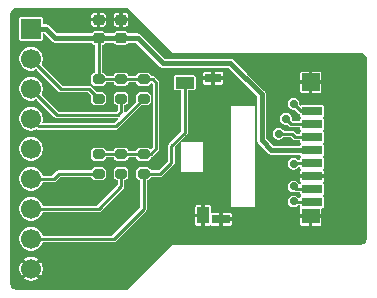
<source format=gbr>
%TF.GenerationSoftware,KiCad,Pcbnew,9.0.2+dfsg-1*%
%TF.CreationDate,2025-06-14T17:41:50+08:00*%
%TF.ProjectId,sd,73642e6b-6963-4616-945f-706362585858,rev?*%
%TF.SameCoordinates,Original*%
%TF.FileFunction,Copper,L1,Top*%
%TF.FilePolarity,Positive*%
%FSLAX46Y46*%
G04 Gerber Fmt 4.6, Leading zero omitted, Abs format (unit mm)*
G04 Created by KiCad (PCBNEW 9.0.2+dfsg-1) date 2025-06-14 17:41:50*
%MOMM*%
%LPD*%
G01*
G04 APERTURE LIST*
G04 Aperture macros list*
%AMRoundRect*
0 Rectangle with rounded corners*
0 $1 Rounding radius*
0 $2 $3 $4 $5 $6 $7 $8 $9 X,Y pos of 4 corners*
0 Add a 4 corners polygon primitive as box body*
4,1,4,$2,$3,$4,$5,$6,$7,$8,$9,$2,$3,0*
0 Add four circle primitives for the rounded corners*
1,1,$1+$1,$2,$3*
1,1,$1+$1,$4,$5*
1,1,$1+$1,$6,$7*
1,1,$1+$1,$8,$9*
0 Add four rect primitives between the rounded corners*
20,1,$1+$1,$2,$3,$4,$5,0*
20,1,$1+$1,$4,$5,$6,$7,0*
20,1,$1+$1,$6,$7,$8,$9,0*
20,1,$1+$1,$8,$9,$2,$3,0*%
G04 Aperture macros list end*
%TA.AperFunction,SMDPad,CuDef*%
%ADD10RoundRect,0.200000X-0.275000X0.200000X-0.275000X-0.200000X0.275000X-0.200000X0.275000X0.200000X0*%
%TD*%
%TA.AperFunction,SMDPad,CuDef*%
%ADD11R,1.750000X0.700000*%
%TD*%
%TA.AperFunction,SMDPad,CuDef*%
%ADD12R,1.000000X1.450000*%
%TD*%
%TA.AperFunction,SMDPad,CuDef*%
%ADD13R,1.550000X1.000000*%
%TD*%
%TA.AperFunction,SMDPad,CuDef*%
%ADD14R,1.500000X0.800000*%
%TD*%
%TA.AperFunction,SMDPad,CuDef*%
%ADD15R,1.500000X1.300000*%
%TD*%
%TA.AperFunction,SMDPad,CuDef*%
%ADD16R,1.500000X1.500000*%
%TD*%
%TA.AperFunction,SMDPad,CuDef*%
%ADD17R,1.400000X0.800000*%
%TD*%
%TA.AperFunction,ComponentPad*%
%ADD18R,1.700000X1.700000*%
%TD*%
%TA.AperFunction,ComponentPad*%
%ADD19C,1.700000*%
%TD*%
%TA.AperFunction,SMDPad,CuDef*%
%ADD20RoundRect,0.225000X0.250000X-0.225000X0.250000X0.225000X-0.250000X0.225000X-0.250000X-0.225000X0*%
%TD*%
%TA.AperFunction,ViaPad*%
%ADD21C,0.700000*%
%TD*%
%TA.AperFunction,Conductor*%
%ADD22C,0.228600*%
%TD*%
%TA.AperFunction,Conductor*%
%ADD23C,0.457200*%
%TD*%
G04 APERTURE END LIST*
D10*
%TO.P,R5,1*%
%TO.N,VCC*%
X155575000Y-95695000D03*
%TO.P,R5,2*%
%TO.N,/D1*%
X155575000Y-97345000D03*
%TD*%
D11*
%TO.P,J1,1,DAT2*%
%TO.N,/D2*%
X171757500Y-92055000D03*
%TO.P,J1,2,DAT3/CD*%
%TO.N,/D3*%
X171757500Y-93155000D03*
%TO.P,J1,3,CMD*%
%TO.N,/CMD*%
X171757500Y-94255000D03*
%TO.P,J1,4,VDD*%
%TO.N,VCC*%
X171757500Y-95355000D03*
%TO.P,J1,5,CLK*%
%TO.N,/CLK*%
X171757500Y-96455000D03*
%TO.P,J1,6,VSS*%
%TO.N,GND*%
X171757500Y-97555000D03*
%TO.P,J1,7,DAT0*%
%TO.N,/D0*%
X171757500Y-98655000D03*
%TO.P,J1,8,DAT1*%
%TO.N,/D1*%
X171757500Y-99755000D03*
D12*
%TO.P,J1,9,DET_B*%
%TO.N,GND*%
X162532500Y-100880000D03*
D13*
%TO.P,J1,10,DET_A*%
%TO.N,/DET*%
X160957500Y-89655000D03*
D14*
%TO.P,J1,11,SHIELD*%
%TO.N,GND*%
X164032500Y-101205000D03*
D15*
X171632500Y-100955000D03*
D16*
X171632500Y-89605000D03*
D17*
X163382500Y-89255000D03*
%TD*%
D10*
%TO.P,R1,1*%
%TO.N,VCC*%
X153670000Y-89345000D03*
%TO.P,R1,2*%
%TO.N,/D2*%
X153670000Y-90995000D03*
%TD*%
%TO.P,R2,1*%
%TO.N,VCC*%
X155575000Y-89345000D03*
%TO.P,R2,2*%
%TO.N,/D3*%
X155575000Y-90995000D03*
%TD*%
D18*
%TO.P,J2,1,Pin_1*%
%TO.N,VCC*%
X147955000Y-85090000D03*
D19*
%TO.P,J2,2,Pin_2*%
%TO.N,/D2*%
X147955000Y-87630000D03*
%TO.P,J2,3,Pin_3*%
%TO.N,/D3*%
X147955000Y-90170000D03*
%TO.P,J2,4,Pin_4*%
%TO.N,/CMD*%
X147955000Y-92710000D03*
%TO.P,J2,5,Pin_5*%
%TO.N,/CLK*%
X147955000Y-95250000D03*
%TO.P,J2,6,Pin_6*%
%TO.N,/D0*%
X147955000Y-97790000D03*
%TO.P,J2,7,Pin_7*%
%TO.N,/D1*%
X147955000Y-100330000D03*
%TO.P,J2,8,Pin_8*%
%TO.N,/DET*%
X147955000Y-102870000D03*
%TO.P,J2,9,Pin_9*%
%TO.N,GND*%
X147955000Y-105410000D03*
%TD*%
D10*
%TO.P,R6,1*%
%TO.N,VCC*%
X157480000Y-95695000D03*
%TO.P,R6,2*%
%TO.N,/DET*%
X157480000Y-97345000D03*
%TD*%
%TO.P,R4,1*%
%TO.N,VCC*%
X153670000Y-95695000D03*
%TO.P,R4,2*%
%TO.N,/D0*%
X153670000Y-97345000D03*
%TD*%
D20*
%TO.P,C1,1*%
%TO.N,VCC*%
X153670000Y-85865000D03*
%TO.P,C1,2*%
%TO.N,GND*%
X153670000Y-84315000D03*
%TD*%
D10*
%TO.P,R3,1*%
%TO.N,VCC*%
X157480000Y-89345000D03*
%TO.P,R3,2*%
%TO.N,/CMD*%
X157480000Y-90995000D03*
%TD*%
D20*
%TO.P,C2,1*%
%TO.N,VCC*%
X155575000Y-85865000D03*
%TO.P,C2,2*%
%TO.N,GND*%
X155575000Y-84315000D03*
%TD*%
D21*
%TO.N,GND*%
X168910000Y-89535000D03*
X156845000Y-105410000D03*
X156845000Y-99060000D03*
X168910000Y-102235000D03*
X170180000Y-102235000D03*
X151765000Y-86995000D03*
X150495000Y-104140000D03*
X150495000Y-88900000D03*
X151765000Y-96520000D03*
X173990000Y-98425000D03*
X155575000Y-105410000D03*
X163830000Y-99060000D03*
X150495000Y-84455000D03*
X150495000Y-96520000D03*
X151765000Y-101600000D03*
X151765000Y-84455000D03*
X150495000Y-86995000D03*
X173990000Y-90805000D03*
X153670000Y-93980000D03*
X167640000Y-102235000D03*
X168275000Y-99060000D03*
X170180000Y-89535000D03*
X154305000Y-105410000D03*
X150495000Y-91440000D03*
X150495000Y-99060000D03*
X151765000Y-104140000D03*
X173990000Y-93345000D03*
X156845000Y-84896400D03*
X151765000Y-91440000D03*
X151765000Y-88900000D03*
X151765000Y-93980000D03*
X165100000Y-90170000D03*
X150495000Y-93980000D03*
X163830000Y-95250000D03*
X163830000Y-92075000D03*
X167640000Y-89535000D03*
X159385000Y-91440000D03*
X173990000Y-100965000D03*
X159385000Y-99060000D03*
X173990000Y-95885000D03*
X168910000Y-91440000D03*
X156845000Y-86995000D03*
X155575000Y-93980000D03*
X159385000Y-93980000D03*
X150495000Y-101600000D03*
X151765000Y-99060000D03*
%TO.N,/CLK*%
X170180000Y-96520000D03*
%TO.N,/D1*%
X170180000Y-99695000D03*
%TO.N,/D3*%
X169545000Y-92710000D03*
%TO.N,/D0*%
X170180000Y-98425000D03*
%TO.N,/CMD*%
X168910000Y-93980000D03*
%TO.N,/D2*%
X170180000Y-91440000D03*
%TD*%
D22*
%TO.N,VCC*%
X153670000Y-85865000D02*
X153670000Y-89345000D01*
D23*
X156985000Y-85865000D02*
X159110000Y-87990000D01*
D22*
X157480000Y-95695000D02*
X158075000Y-95695000D01*
D23*
X167480000Y-90645000D02*
X167480000Y-94530000D01*
X155575000Y-85865000D02*
X156985000Y-85865000D01*
D22*
X158075000Y-95695000D02*
X158560000Y-95210000D01*
D23*
X159110000Y-87990000D02*
X164825000Y-87990000D01*
X168305000Y-95355000D02*
X171757500Y-95355000D01*
D22*
X158560000Y-89660000D02*
X158245000Y-89345000D01*
X158560000Y-95210000D02*
X158560000Y-89660000D01*
X153670000Y-89345000D02*
X155575000Y-89345000D01*
X158245000Y-89345000D02*
X157480000Y-89345000D01*
X153670000Y-95695000D02*
X155575000Y-95695000D01*
D23*
X167480000Y-94530000D02*
X168305000Y-95355000D01*
D22*
X155575000Y-89345000D02*
X157480000Y-89345000D01*
D23*
X153670000Y-85865000D02*
X150000000Y-85865000D01*
D22*
X155575000Y-95695000D02*
X157480000Y-95695000D01*
D23*
X164825000Y-87990000D02*
X167480000Y-90645000D01*
X147955000Y-85090000D02*
X149225000Y-85090000D01*
X153670000Y-85865000D02*
X155575000Y-85865000D01*
X150000000Y-85865000D02*
X149225000Y-85090000D01*
D22*
%TO.N,/CLK*%
X170245000Y-96455000D02*
X170180000Y-96520000D01*
X171757500Y-96455000D02*
X170245000Y-96455000D01*
%TO.N,/D1*%
X153670000Y-100330000D02*
X147955000Y-100330000D01*
X170240000Y-99755000D02*
X170180000Y-99695000D01*
X155575000Y-98425000D02*
X153670000Y-100330000D01*
X171757500Y-99755000D02*
X170240000Y-99755000D01*
X155575000Y-97345000D02*
X155575000Y-98425000D01*
%TO.N,/DET*%
X157480000Y-97345000D02*
X158905000Y-97345000D01*
X154940000Y-102870000D02*
X147955000Y-102870000D01*
X159842500Y-94982500D02*
X160957500Y-93867500D01*
X158905000Y-97345000D02*
X159842500Y-96407500D01*
X160957500Y-93867500D02*
X160957500Y-89655000D01*
X157480000Y-97345000D02*
X157480000Y-100330000D01*
X157480000Y-100330000D02*
X154940000Y-102870000D01*
X159842500Y-96407500D02*
X159842500Y-94982500D01*
%TO.N,/D3*%
X155575000Y-92075000D02*
X155575000Y-90995000D01*
X147955000Y-90170000D02*
X150152500Y-92367500D01*
X150152500Y-92367500D02*
X155282500Y-92367500D01*
X155282500Y-92367500D02*
X155575000Y-92075000D01*
X171757500Y-93155000D02*
X169990000Y-93155000D01*
X169990000Y-93155000D02*
X169545000Y-92710000D01*
%TO.N,/D0*%
X171757500Y-98655000D02*
X170410000Y-98655000D01*
X170410000Y-98655000D02*
X170180000Y-98425000D01*
X149860000Y-97790000D02*
X150305000Y-97345000D01*
X147955000Y-97790000D02*
X149860000Y-97790000D01*
X150305000Y-97345000D02*
X153670000Y-97345000D01*
%TO.N,/CMD*%
X170310000Y-94255000D02*
X171757500Y-94255000D01*
X155130000Y-93345000D02*
X148590000Y-93345000D01*
X170035000Y-93980000D02*
X170310000Y-94255000D01*
X168910000Y-93980000D02*
X170035000Y-93980000D01*
X157480000Y-90995000D02*
X155130000Y-93345000D01*
X148590000Y-93345000D02*
X147955000Y-92710000D01*
%TO.N,/D2*%
X147955000Y-87630000D02*
X150495000Y-90170000D01*
X170180000Y-91440000D02*
X170795000Y-92055000D01*
X152845000Y-90170000D02*
X153670000Y-90995000D01*
X170795000Y-92055000D02*
X171757500Y-92055000D01*
X150495000Y-90170000D02*
X152845000Y-90170000D01*
%TD*%
%TA.AperFunction,Conductor*%
%TO.N,GND*%
G36*
X156163856Y-83355493D02*
G01*
X156168692Y-83359926D01*
X159933388Y-87124622D01*
X159933390Y-87124623D01*
X159966308Y-87138258D01*
X159966313Y-87138259D01*
X159989586Y-87147900D01*
X159989587Y-87147900D01*
X160050414Y-87147900D01*
X175860102Y-87147900D01*
X175890069Y-87147900D01*
X175899884Y-87148543D01*
X176009964Y-87163035D01*
X176028920Y-87168114D01*
X176126907Y-87208702D01*
X176143902Y-87218514D01*
X176185973Y-87250796D01*
X176228041Y-87283077D01*
X176241922Y-87296958D01*
X176306483Y-87381094D01*
X176316299Y-87398095D01*
X176356884Y-87496076D01*
X176361965Y-87515038D01*
X176376457Y-87625114D01*
X176377100Y-87634930D01*
X176377100Y-102865069D01*
X176376457Y-102874885D01*
X176361965Y-102984961D01*
X176356884Y-103003923D01*
X176316299Y-103101904D01*
X176306483Y-103118905D01*
X176241922Y-103203041D01*
X176228041Y-103216922D01*
X176143905Y-103281483D01*
X176126904Y-103291299D01*
X176028923Y-103331884D01*
X176009961Y-103336965D01*
X175948558Y-103345049D01*
X175899883Y-103351457D01*
X175890069Y-103352100D01*
X159989586Y-103352100D01*
X159966309Y-103361741D01*
X159966307Y-103361741D01*
X159933391Y-103375376D01*
X159933388Y-103375378D01*
X156168692Y-107140074D01*
X156122072Y-107161814D01*
X156115518Y-107162100D01*
X146689931Y-107162100D01*
X146680116Y-107161457D01*
X146633046Y-107155260D01*
X146570038Y-107146965D01*
X146551076Y-107141884D01*
X146453095Y-107101299D01*
X146436094Y-107091483D01*
X146351958Y-107026922D01*
X146338077Y-107013041D01*
X146273516Y-106928905D01*
X146263702Y-106911907D01*
X146223114Y-106813920D01*
X146218035Y-106794964D01*
X146203543Y-106684884D01*
X146202900Y-106675069D01*
X146202900Y-105311270D01*
X146952600Y-105311270D01*
X146952600Y-105508729D01*
X146991121Y-105702385D01*
X146991122Y-105702388D01*
X147066684Y-105884812D01*
X147145982Y-106003491D01*
X147510086Y-105639386D01*
X147554901Y-105717007D01*
X147647993Y-105810099D01*
X147725611Y-105854912D01*
X147361507Y-106219016D01*
X147480187Y-106298315D01*
X147662611Y-106373877D01*
X147662614Y-106373878D01*
X147856270Y-106412400D01*
X148053730Y-106412400D01*
X148247385Y-106373878D01*
X148247388Y-106373877D01*
X148429816Y-106298313D01*
X148548490Y-106219017D01*
X148548491Y-106219016D01*
X148184387Y-105854912D01*
X148262007Y-105810099D01*
X148355099Y-105717007D01*
X148399912Y-105639387D01*
X148764016Y-106003491D01*
X148764017Y-106003490D01*
X148843313Y-105884816D01*
X148918877Y-105702388D01*
X148918878Y-105702385D01*
X148957400Y-105508729D01*
X148957400Y-105311270D01*
X148918878Y-105117614D01*
X148918877Y-105117611D01*
X148843315Y-104935187D01*
X148764016Y-104816507D01*
X148399912Y-105180611D01*
X148355099Y-105102993D01*
X148262007Y-105009901D01*
X148184387Y-104965087D01*
X148548491Y-104600982D01*
X148429812Y-104521684D01*
X148247388Y-104446122D01*
X148247385Y-104446121D01*
X148053730Y-104407600D01*
X147856270Y-104407600D01*
X147662614Y-104446121D01*
X147662611Y-104446122D01*
X147480184Y-104521685D01*
X147361507Y-104600981D01*
X147361507Y-104600982D01*
X147725612Y-104965087D01*
X147647993Y-105009901D01*
X147554901Y-105102993D01*
X147510087Y-105180612D01*
X147145982Y-104816507D01*
X147145981Y-104816507D01*
X147066685Y-104935184D01*
X146991122Y-105117611D01*
X146991121Y-105117614D01*
X146952600Y-105311270D01*
X146202900Y-105311270D01*
X146202900Y-102771222D01*
X146952100Y-102771222D01*
X146952100Y-102968777D01*
X146990641Y-103162537D01*
X146990642Y-103162538D01*
X147062892Y-103336965D01*
X147066241Y-103345051D01*
X147175996Y-103509312D01*
X147175997Y-103509313D01*
X147176000Y-103509317D01*
X147315682Y-103648999D01*
X147315685Y-103649001D01*
X147315688Y-103649004D01*
X147479949Y-103758759D01*
X147662461Y-103834357D01*
X147662462Y-103834358D01*
X147662463Y-103834358D01*
X147662465Y-103834359D01*
X147792218Y-103860168D01*
X147856222Y-103872900D01*
X147856223Y-103872900D01*
X148053778Y-103872900D01*
X148101889Y-103863329D01*
X148247535Y-103834359D01*
X148430051Y-103758759D01*
X148594312Y-103649004D01*
X148734004Y-103509312D01*
X148843759Y-103345051D01*
X148910625Y-103183620D01*
X148945376Y-103145697D01*
X148980100Y-103137200D01*
X154993147Y-103137200D01*
X154993149Y-103137200D01*
X155091357Y-103096521D01*
X156096882Y-102090996D01*
X156567866Y-101620012D01*
X161880100Y-101620012D01*
X161888941Y-101664462D01*
X161888942Y-101664464D01*
X161922626Y-101714873D01*
X161973035Y-101748557D01*
X161973037Y-101748558D01*
X162017487Y-101757400D01*
X162380100Y-101757400D01*
X162684900Y-101757400D01*
X163047513Y-101757400D01*
X163091962Y-101748558D01*
X163091964Y-101748557D01*
X163115719Y-101732684D01*
X163165684Y-101720456D01*
X163199281Y-101732684D01*
X163223035Y-101748557D01*
X163223037Y-101748558D01*
X163267487Y-101757400D01*
X163880100Y-101757400D01*
X164184900Y-101757400D01*
X164797513Y-101757400D01*
X164841962Y-101748558D01*
X164841964Y-101748557D01*
X164892373Y-101714873D01*
X164926057Y-101664464D01*
X164926058Y-101664462D01*
X164934900Y-101620012D01*
X170730100Y-101620012D01*
X170738941Y-101664462D01*
X170738942Y-101664464D01*
X170772626Y-101714873D01*
X170823035Y-101748557D01*
X170823037Y-101748558D01*
X170867487Y-101757400D01*
X171480100Y-101757400D01*
X171784900Y-101757400D01*
X172397513Y-101757400D01*
X172441962Y-101748558D01*
X172441964Y-101748557D01*
X172492373Y-101714873D01*
X172526057Y-101664464D01*
X172526058Y-101664462D01*
X172534900Y-101620012D01*
X172534900Y-101107400D01*
X171784900Y-101107400D01*
X171784900Y-101757400D01*
X171480100Y-101757400D01*
X171480100Y-101107400D01*
X170730100Y-101107400D01*
X170730100Y-101620012D01*
X164934900Y-101620012D01*
X164934900Y-101357400D01*
X164184900Y-101357400D01*
X164184900Y-101757400D01*
X163880100Y-101757400D01*
X163880100Y-101052600D01*
X164184900Y-101052600D01*
X164934900Y-101052600D01*
X164934900Y-100789987D01*
X164926058Y-100745537D01*
X164926057Y-100745535D01*
X164892373Y-100695126D01*
X164841964Y-100661442D01*
X164841962Y-100661441D01*
X164797513Y-100652600D01*
X164184900Y-100652600D01*
X164184900Y-101052600D01*
X163880100Y-101052600D01*
X163880100Y-100652600D01*
X163267485Y-100652600D01*
X163267454Y-100652603D01*
X163267442Y-100652600D01*
X163263794Y-100652600D01*
X163263794Y-100651664D01*
X163217628Y-100639821D01*
X163187675Y-100598001D01*
X163184900Y-100577763D01*
X163184900Y-100155000D01*
X164882500Y-100155000D01*
X166882500Y-100155000D01*
X166882500Y-98358792D01*
X169677100Y-98358792D01*
X169677100Y-98491208D01*
X169697662Y-98567950D01*
X169711371Y-98619114D01*
X169777578Y-98733786D01*
X169777582Y-98733792D01*
X169871207Y-98827417D01*
X169871210Y-98827419D01*
X169871212Y-98827421D01*
X169921775Y-98856613D01*
X169985885Y-98893628D01*
X169985887Y-98893628D01*
X169985888Y-98893629D01*
X170113792Y-98927900D01*
X170113794Y-98927900D01*
X170246209Y-98927900D01*
X170274311Y-98920369D01*
X170297089Y-98914266D01*
X170345332Y-98917428D01*
X170356851Y-98922200D01*
X170463149Y-98922200D01*
X170654401Y-98922200D01*
X170702739Y-98939793D01*
X170728459Y-98984342D01*
X170729601Y-98997400D01*
X170729601Y-99020057D01*
X170738472Y-99064659D01*
X170772265Y-99115233D01*
X170772266Y-99115234D01*
X170813031Y-99142472D01*
X170843449Y-99183955D01*
X170840085Y-99235285D01*
X170813033Y-99267525D01*
X170772266Y-99294765D01*
X170738472Y-99345342D01*
X170738472Y-99345343D01*
X170731417Y-99380806D01*
X170704730Y-99424782D01*
X170656019Y-99441315D01*
X170608078Y-99422670D01*
X170592536Y-99403732D01*
X170582420Y-99386210D01*
X170488792Y-99292582D01*
X170488786Y-99292578D01*
X170374114Y-99226371D01*
X170310160Y-99209235D01*
X170246208Y-99192100D01*
X170113792Y-99192100D01*
X170062630Y-99205808D01*
X169985885Y-99226371D01*
X169871213Y-99292578D01*
X169871207Y-99292582D01*
X169777582Y-99386207D01*
X169777578Y-99386213D01*
X169711371Y-99500885D01*
X169697945Y-99550996D01*
X169677100Y-99628792D01*
X169677100Y-99761208D01*
X169697662Y-99837950D01*
X169711371Y-99889114D01*
X169777578Y-100003786D01*
X169777582Y-100003792D01*
X169871207Y-100097417D01*
X169871210Y-100097419D01*
X169871212Y-100097421D01*
X169910417Y-100120056D01*
X169985885Y-100163628D01*
X169985887Y-100163628D01*
X169985888Y-100163629D01*
X170113792Y-100197900D01*
X170113794Y-100197900D01*
X170246206Y-100197900D01*
X170246208Y-100197900D01*
X170374112Y-100163629D01*
X170488788Y-100097421D01*
X170541983Y-100044225D01*
X170556861Y-100037287D01*
X170569437Y-100026735D01*
X170585602Y-100023884D01*
X170588602Y-100022486D01*
X170595157Y-100022200D01*
X170654401Y-100022200D01*
X170702739Y-100039793D01*
X170728459Y-100084342D01*
X170729601Y-100097400D01*
X170729601Y-100120057D01*
X170738472Y-100164659D01*
X170741307Y-100171504D01*
X170739873Y-100172097D01*
X170750037Y-100213640D01*
X170741032Y-100238383D01*
X170741777Y-100238692D01*
X170738941Y-100245537D01*
X170730100Y-100289987D01*
X170730100Y-100802600D01*
X172534900Y-100802600D01*
X172534900Y-100333099D01*
X172552493Y-100284761D01*
X172597042Y-100259041D01*
X172610099Y-100257899D01*
X172647556Y-100257899D01*
X172692158Y-100249028D01*
X172742734Y-100215234D01*
X172776528Y-100164658D01*
X172785400Y-100120057D01*
X172785399Y-99389944D01*
X172776528Y-99345342D01*
X172742734Y-99294766D01*
X172701965Y-99267525D01*
X172671550Y-99226043D01*
X172674914Y-99174714D01*
X172701965Y-99142474D01*
X172742734Y-99115234D01*
X172776528Y-99064658D01*
X172785400Y-99020057D01*
X172785399Y-98289944D01*
X172776528Y-98245342D01*
X172772951Y-98239989D01*
X172742735Y-98194767D01*
X172742734Y-98194766D01*
X172701516Y-98167225D01*
X172671101Y-98125743D01*
X172674465Y-98074414D01*
X172701518Y-98042174D01*
X172742373Y-98014874D01*
X172776057Y-97964464D01*
X172776058Y-97964462D01*
X172784900Y-97920012D01*
X172784900Y-97707400D01*
X170730100Y-97707400D01*
X170730100Y-97920012D01*
X170738941Y-97964462D01*
X170738942Y-97964464D01*
X170772626Y-98014874D01*
X170813481Y-98042173D01*
X170815452Y-98044861D01*
X170818613Y-98045925D01*
X170830456Y-98065324D01*
X170843898Y-98083656D01*
X170843679Y-98086983D01*
X170845417Y-98089829D01*
X170842020Y-98112301D01*
X170840533Y-98134986D01*
X170838085Y-98138333D01*
X170837729Y-98140691D01*
X170830887Y-98148177D01*
X170821437Y-98161103D01*
X170817654Y-98164437D01*
X170772266Y-98194766D01*
X170756498Y-98218364D01*
X170749145Y-98224848D01*
X170733771Y-98230874D01*
X170720450Y-98240641D01*
X170710518Y-98239989D01*
X170701254Y-98243621D01*
X170685602Y-98238355D01*
X170669121Y-98237274D01*
X170661150Y-98230128D01*
X170652499Y-98227218D01*
X170645964Y-98216514D01*
X170634285Y-98206044D01*
X170582421Y-98116212D01*
X170582419Y-98116210D01*
X170582417Y-98116207D01*
X170488792Y-98022582D01*
X170488786Y-98022578D01*
X170374114Y-97956371D01*
X170310160Y-97939235D01*
X170246208Y-97922100D01*
X170113792Y-97922100D01*
X170062630Y-97935808D01*
X169985885Y-97956371D01*
X169871213Y-98022578D01*
X169871207Y-98022582D01*
X169777582Y-98116207D01*
X169777578Y-98116213D01*
X169711371Y-98230885D01*
X169695547Y-98289944D01*
X169677100Y-98358792D01*
X166882500Y-98358792D01*
X166882500Y-91655000D01*
X164882500Y-91655000D01*
X164882500Y-100155000D01*
X163184900Y-100155000D01*
X163184900Y-100139987D01*
X163176058Y-100095537D01*
X163176057Y-100095535D01*
X163142373Y-100045126D01*
X163091964Y-100011442D01*
X163091962Y-100011441D01*
X163047513Y-100002600D01*
X162684900Y-100002600D01*
X162684900Y-101757400D01*
X162380100Y-101757400D01*
X162380100Y-101032400D01*
X161880100Y-101032400D01*
X161880100Y-101620012D01*
X156567866Y-101620012D01*
X157239802Y-100948077D01*
X157706519Y-100481359D01*
X157706521Y-100481357D01*
X157747200Y-100383149D01*
X157747200Y-100276851D01*
X157747200Y-100139987D01*
X161880100Y-100139987D01*
X161880100Y-100727600D01*
X162380100Y-100727600D01*
X162380100Y-100002600D01*
X162017487Y-100002600D01*
X161973037Y-100011441D01*
X161973035Y-100011442D01*
X161922626Y-100045126D01*
X161888942Y-100095535D01*
X161888941Y-100095537D01*
X161880100Y-100139987D01*
X157747200Y-100139987D01*
X157747200Y-97968954D01*
X157764793Y-97920616D01*
X157809342Y-97894896D01*
X157811557Y-97894540D01*
X157820073Y-97893298D01*
X157857088Y-97887906D01*
X157962898Y-97836179D01*
X158046179Y-97752898D01*
X158094345Y-97654371D01*
X158131380Y-97618673D01*
X158161904Y-97612200D01*
X158958147Y-97612200D01*
X158958149Y-97612200D01*
X159056357Y-97571521D01*
X159422878Y-97205000D01*
X160682500Y-97205000D01*
X162532500Y-97205000D01*
X162532500Y-94705000D01*
X160682500Y-94705000D01*
X160682500Y-97205000D01*
X159422878Y-97205000D01*
X160069021Y-96558857D01*
X160109700Y-96460649D01*
X160109700Y-96354351D01*
X160109700Y-95124326D01*
X160127293Y-95075988D01*
X160131726Y-95071152D01*
X161184019Y-94018859D01*
X161184021Y-94018857D01*
X161224700Y-93920649D01*
X161224700Y-93814351D01*
X161224700Y-90383099D01*
X161242293Y-90334761D01*
X161286842Y-90309041D01*
X161299900Y-90307899D01*
X161747556Y-90307899D01*
X161792158Y-90299028D01*
X161842734Y-90265234D01*
X161876528Y-90214658D01*
X161885400Y-90170057D01*
X161885400Y-89670012D01*
X162530100Y-89670012D01*
X162538941Y-89714462D01*
X162538942Y-89714464D01*
X162572626Y-89764873D01*
X162623035Y-89798557D01*
X162623037Y-89798558D01*
X162667487Y-89807400D01*
X163230100Y-89807400D01*
X163534900Y-89807400D01*
X164097513Y-89807400D01*
X164141962Y-89798558D01*
X164141964Y-89798557D01*
X164192373Y-89764873D01*
X164226057Y-89714464D01*
X164226058Y-89714462D01*
X164234900Y-89670012D01*
X164234900Y-89407400D01*
X163534900Y-89407400D01*
X163534900Y-89807400D01*
X163230100Y-89807400D01*
X163230100Y-89407400D01*
X162530100Y-89407400D01*
X162530100Y-89670012D01*
X161885400Y-89670012D01*
X161885399Y-89139944D01*
X161876528Y-89095342D01*
X161853051Y-89060207D01*
X161842735Y-89044767D01*
X161839959Y-89042912D01*
X161792158Y-89010972D01*
X161792156Y-89010971D01*
X161747557Y-89002100D01*
X160167444Y-89002100D01*
X160167442Y-89002101D01*
X160122840Y-89010972D01*
X160072267Y-89044764D01*
X160038472Y-89095342D01*
X160038471Y-89095343D01*
X160029600Y-89139942D01*
X160029600Y-90170055D01*
X160029601Y-90170057D01*
X160038472Y-90214659D01*
X160072264Y-90265232D01*
X160072265Y-90265232D01*
X160072266Y-90265234D01*
X160122842Y-90299028D01*
X160167443Y-90307900D01*
X160615100Y-90307899D01*
X160663438Y-90325492D01*
X160689158Y-90370040D01*
X160690300Y-90383099D01*
X160690300Y-93725674D01*
X160672707Y-93774012D01*
X160668274Y-93778848D01*
X159691143Y-94755979D01*
X159672173Y-94774949D01*
X159615979Y-94831142D01*
X159575300Y-94929352D01*
X159575300Y-96265674D01*
X159557707Y-96314012D01*
X159553274Y-96318848D01*
X158816348Y-97055774D01*
X158769728Y-97077514D01*
X158763174Y-97077800D01*
X158161904Y-97077800D01*
X158113566Y-97060207D01*
X158094345Y-97035628D01*
X158071368Y-96988628D01*
X158046179Y-96937102D01*
X158046177Y-96937100D01*
X158046177Y-96937099D01*
X157962900Y-96853822D01*
X157962898Y-96853821D01*
X157857088Y-96802094D01*
X157788502Y-96792100D01*
X157788494Y-96792100D01*
X157171506Y-96792100D01*
X157171497Y-96792100D01*
X157102911Y-96802094D01*
X156997099Y-96853822D01*
X156913822Y-96937099D01*
X156862094Y-97042911D01*
X156852100Y-97111497D01*
X156852100Y-97578502D01*
X156862094Y-97647088D01*
X156913822Y-97752900D01*
X156997099Y-97836177D01*
X156997100Y-97836177D01*
X156997102Y-97836179D01*
X157102912Y-97887906D01*
X157138782Y-97893132D01*
X157148443Y-97894540D01*
X157193738Y-97918919D01*
X157212767Y-97966710D01*
X157212800Y-97968954D01*
X157212800Y-100188174D01*
X157195207Y-100236512D01*
X157190774Y-100241348D01*
X154851348Y-102580774D01*
X154804728Y-102602514D01*
X154798174Y-102602800D01*
X148980100Y-102602800D01*
X148931762Y-102585207D01*
X148910625Y-102556379D01*
X148843759Y-102394949D01*
X148734004Y-102230688D01*
X148734001Y-102230685D01*
X148733999Y-102230682D01*
X148594317Y-102091000D01*
X148594313Y-102090997D01*
X148594312Y-102090996D01*
X148430051Y-101981241D01*
X148430049Y-101981240D01*
X148247538Y-101905642D01*
X148247537Y-101905641D01*
X148053778Y-101867100D01*
X148053777Y-101867100D01*
X147856223Y-101867100D01*
X147856222Y-101867100D01*
X147662462Y-101905641D01*
X147662461Y-101905642D01*
X147479950Y-101981240D01*
X147315682Y-102091000D01*
X147176000Y-102230682D01*
X147066240Y-102394950D01*
X146990642Y-102577461D01*
X146990641Y-102577462D01*
X146952100Y-102771222D01*
X146202900Y-102771222D01*
X146202900Y-100231222D01*
X146952100Y-100231222D01*
X146952100Y-100428777D01*
X146990641Y-100622537D01*
X146990642Y-100622538D01*
X147060001Y-100789987D01*
X147066241Y-100805051D01*
X147175996Y-100969312D01*
X147175997Y-100969313D01*
X147176000Y-100969317D01*
X147315682Y-101108999D01*
X147315685Y-101109001D01*
X147315688Y-101109004D01*
X147479949Y-101218759D01*
X147662461Y-101294357D01*
X147662462Y-101294358D01*
X147662463Y-101294358D01*
X147662465Y-101294359D01*
X147792218Y-101320168D01*
X147856222Y-101332900D01*
X147856223Y-101332900D01*
X148053778Y-101332900D01*
X148101889Y-101323329D01*
X148247535Y-101294359D01*
X148430051Y-101218759D01*
X148594312Y-101109004D01*
X148734004Y-100969312D01*
X148843759Y-100805051D01*
X148910625Y-100643620D01*
X148945376Y-100605697D01*
X148980100Y-100597200D01*
X153723147Y-100597200D01*
X153723149Y-100597200D01*
X153821357Y-100556521D01*
X155801521Y-98576357D01*
X155842200Y-98478149D01*
X155842200Y-98371851D01*
X155842200Y-97968954D01*
X155859793Y-97920616D01*
X155904342Y-97894896D01*
X155906557Y-97894540D01*
X155915073Y-97893298D01*
X155952088Y-97887906D01*
X156057898Y-97836179D01*
X156141179Y-97752898D01*
X156192906Y-97647088D01*
X156202900Y-97578494D01*
X156202900Y-97111506D01*
X156192906Y-97042912D01*
X156141179Y-96937102D01*
X156141177Y-96937100D01*
X156141177Y-96937099D01*
X156057900Y-96853822D01*
X156057898Y-96853821D01*
X155952088Y-96802094D01*
X155883502Y-96792100D01*
X155883494Y-96792100D01*
X155266506Y-96792100D01*
X155266497Y-96792100D01*
X155197911Y-96802094D01*
X155092099Y-96853822D01*
X155008822Y-96937099D01*
X154957094Y-97042911D01*
X154947100Y-97111497D01*
X154947100Y-97578502D01*
X154957094Y-97647088D01*
X155008822Y-97752900D01*
X155092099Y-97836177D01*
X155092100Y-97836177D01*
X155092102Y-97836179D01*
X155197912Y-97887906D01*
X155233782Y-97893132D01*
X155243443Y-97894540D01*
X155288738Y-97918919D01*
X155307767Y-97966710D01*
X155307800Y-97968954D01*
X155307800Y-98283174D01*
X155290207Y-98331512D01*
X155285774Y-98336348D01*
X153581348Y-100040774D01*
X153534728Y-100062514D01*
X153528174Y-100062800D01*
X148980100Y-100062800D01*
X148931762Y-100045207D01*
X148910625Y-100016379D01*
X148843759Y-99854949D01*
X148734004Y-99690688D01*
X148734001Y-99690685D01*
X148733999Y-99690682D01*
X148594317Y-99551000D01*
X148594313Y-99550997D01*
X148594312Y-99550996D01*
X148430051Y-99441241D01*
X148430049Y-99441240D01*
X148247538Y-99365642D01*
X148247537Y-99365641D01*
X148053778Y-99327100D01*
X148053777Y-99327100D01*
X147856223Y-99327100D01*
X147856222Y-99327100D01*
X147662462Y-99365641D01*
X147662461Y-99365642D01*
X147479950Y-99441240D01*
X147315682Y-99551000D01*
X147176000Y-99690682D01*
X147066240Y-99854950D01*
X146990642Y-100037461D01*
X146990641Y-100037462D01*
X146952100Y-100231222D01*
X146202900Y-100231222D01*
X146202900Y-97691222D01*
X146952100Y-97691222D01*
X146952100Y-97888777D01*
X146990641Y-98082537D01*
X146990642Y-98082538D01*
X147058077Y-98245342D01*
X147066241Y-98265051D01*
X147175996Y-98429312D01*
X147175997Y-98429313D01*
X147176000Y-98429317D01*
X147315682Y-98568999D01*
X147315685Y-98569001D01*
X147315688Y-98569004D01*
X147479949Y-98678759D01*
X147662461Y-98754357D01*
X147662462Y-98754358D01*
X147662463Y-98754358D01*
X147662465Y-98754359D01*
X147792218Y-98780168D01*
X147856222Y-98792900D01*
X147856223Y-98792900D01*
X148053778Y-98792900D01*
X148101889Y-98783329D01*
X148247535Y-98754359D01*
X148430051Y-98678759D01*
X148594312Y-98569004D01*
X148734004Y-98429312D01*
X148843759Y-98265051D01*
X148910625Y-98103620D01*
X148945376Y-98065697D01*
X148980100Y-98057200D01*
X149913147Y-98057200D01*
X149913149Y-98057200D01*
X150011357Y-98016521D01*
X150393652Y-97634226D01*
X150440272Y-97612486D01*
X150446826Y-97612200D01*
X152988096Y-97612200D01*
X153036434Y-97629793D01*
X153055655Y-97654372D01*
X153103822Y-97752900D01*
X153187099Y-97836177D01*
X153187100Y-97836177D01*
X153187102Y-97836179D01*
X153292912Y-97887906D01*
X153338445Y-97894540D01*
X153361497Y-97897899D01*
X153361502Y-97897899D01*
X153361506Y-97897900D01*
X153361508Y-97897900D01*
X153978492Y-97897900D01*
X153978494Y-97897900D01*
X153978498Y-97897899D01*
X153978502Y-97897899D01*
X153988245Y-97896479D01*
X154047088Y-97887906D01*
X154152898Y-97836179D01*
X154236179Y-97752898D01*
X154287906Y-97647088D01*
X154297900Y-97578494D01*
X154297900Y-97111506D01*
X154287906Y-97042912D01*
X154236179Y-96937102D01*
X154236177Y-96937100D01*
X154236177Y-96937099D01*
X154152900Y-96853822D01*
X154152898Y-96853821D01*
X154047088Y-96802094D01*
X153978502Y-96792100D01*
X153978494Y-96792100D01*
X153361506Y-96792100D01*
X153361497Y-96792100D01*
X153292911Y-96802094D01*
X153187099Y-96853822D01*
X153103822Y-96937099D01*
X153055655Y-97035628D01*
X153018620Y-97071327D01*
X152988096Y-97077800D01*
X150358149Y-97077800D01*
X150251851Y-97077800D01*
X150210025Y-97095125D01*
X150153640Y-97118480D01*
X149771348Y-97500774D01*
X149724728Y-97522514D01*
X149718174Y-97522800D01*
X148980100Y-97522800D01*
X148931762Y-97505207D01*
X148910625Y-97476379D01*
X148843759Y-97314949D01*
X148734004Y-97150688D01*
X148734001Y-97150685D01*
X148733999Y-97150682D01*
X148594317Y-97011000D01*
X148594313Y-97010997D01*
X148594312Y-97010996D01*
X148430051Y-96901241D01*
X148341734Y-96864659D01*
X148247538Y-96825642D01*
X148247537Y-96825641D01*
X148053778Y-96787100D01*
X148053777Y-96787100D01*
X147856223Y-96787100D01*
X147856222Y-96787100D01*
X147662462Y-96825641D01*
X147662461Y-96825642D01*
X147479950Y-96901240D01*
X147315682Y-97011000D01*
X147176000Y-97150682D01*
X147066240Y-97314950D01*
X146990642Y-97497461D01*
X146990641Y-97497462D01*
X146952100Y-97691222D01*
X146202900Y-97691222D01*
X146202900Y-95151222D01*
X146952100Y-95151222D01*
X146952100Y-95348777D01*
X146990641Y-95542537D01*
X146990642Y-95542538D01*
X147060214Y-95710500D01*
X147066241Y-95725051D01*
X147175996Y-95889312D01*
X147175997Y-95889313D01*
X147176000Y-95889317D01*
X147315682Y-96028999D01*
X147315685Y-96029001D01*
X147315688Y-96029004D01*
X147479949Y-96138759D01*
X147662461Y-96214357D01*
X147662462Y-96214358D01*
X147662463Y-96214358D01*
X147662465Y-96214359D01*
X147792218Y-96240168D01*
X147856222Y-96252900D01*
X147856223Y-96252900D01*
X148053778Y-96252900D01*
X148101889Y-96243329D01*
X148247535Y-96214359D01*
X148430051Y-96138759D01*
X148594312Y-96029004D01*
X148734004Y-95889312D01*
X148843759Y-95725051D01*
X148919359Y-95542535D01*
X148957900Y-95348777D01*
X148957900Y-95151223D01*
X148919359Y-94957465D01*
X148843759Y-94774949D01*
X148734004Y-94610688D01*
X148734001Y-94610685D01*
X148733999Y-94610682D01*
X148594317Y-94471000D01*
X148594313Y-94470997D01*
X148594312Y-94470996D01*
X148430051Y-94361241D01*
X148380772Y-94340829D01*
X148247538Y-94285642D01*
X148247537Y-94285641D01*
X148053778Y-94247100D01*
X148053777Y-94247100D01*
X147856223Y-94247100D01*
X147856222Y-94247100D01*
X147662462Y-94285641D01*
X147662461Y-94285642D01*
X147479950Y-94361240D01*
X147315682Y-94471000D01*
X147176000Y-94610682D01*
X147066240Y-94774950D01*
X146990642Y-94957461D01*
X146990641Y-94957462D01*
X146952100Y-95151222D01*
X146202900Y-95151222D01*
X146202900Y-90071222D01*
X146952100Y-90071222D01*
X146952100Y-90268777D01*
X146990641Y-90462537D01*
X146990642Y-90462538D01*
X147066240Y-90645049D01*
X147066241Y-90645051D01*
X147175996Y-90809312D01*
X147175997Y-90809313D01*
X147176000Y-90809317D01*
X147315682Y-90948999D01*
X147315685Y-90949001D01*
X147315688Y-90949004D01*
X147479949Y-91058759D01*
X147662461Y-91134357D01*
X147662462Y-91134358D01*
X147662463Y-91134358D01*
X147662465Y-91134359D01*
X147792218Y-91160168D01*
X147856222Y-91172900D01*
X147856223Y-91172900D01*
X148053778Y-91172900D01*
X148101889Y-91163329D01*
X148247535Y-91134359D01*
X148408967Y-91067491D01*
X148460355Y-91065248D01*
X148490916Y-91083794D01*
X149925979Y-92518857D01*
X150001143Y-92594021D01*
X150099351Y-92634700D01*
X150099352Y-92634700D01*
X155280874Y-92634700D01*
X155329212Y-92652293D01*
X155354932Y-92696842D01*
X155345999Y-92747500D01*
X155334048Y-92763074D01*
X155041348Y-93055774D01*
X154994728Y-93077514D01*
X154988174Y-93077800D01*
X148996019Y-93077800D01*
X148947681Y-93060207D01*
X148921961Y-93015658D01*
X148922264Y-92987929D01*
X148938937Y-92904112D01*
X148957900Y-92808777D01*
X148957900Y-92611223D01*
X148919359Y-92417465D01*
X148843759Y-92234949D01*
X148734004Y-92070688D01*
X148734001Y-92070685D01*
X148733999Y-92070682D01*
X148594317Y-91931000D01*
X148594313Y-91930997D01*
X148594312Y-91930996D01*
X148430051Y-91821241D01*
X148430049Y-91821240D01*
X148247538Y-91745642D01*
X148247537Y-91745641D01*
X148053778Y-91707100D01*
X148053777Y-91707100D01*
X147856223Y-91707100D01*
X147856222Y-91707100D01*
X147662462Y-91745641D01*
X147662461Y-91745642D01*
X147479950Y-91821240D01*
X147315682Y-91931000D01*
X147176000Y-92070682D01*
X147066240Y-92234950D01*
X146990642Y-92417461D01*
X146990641Y-92417462D01*
X146952100Y-92611222D01*
X146952100Y-92808777D01*
X146990641Y-93002537D01*
X146990642Y-93002538D01*
X147063581Y-93178629D01*
X147066241Y-93185051D01*
X147175996Y-93349312D01*
X147175997Y-93349313D01*
X147176000Y-93349317D01*
X147315682Y-93488999D01*
X147315685Y-93489001D01*
X147315688Y-93489004D01*
X147479949Y-93598759D01*
X147662461Y-93674357D01*
X147662462Y-93674358D01*
X147662463Y-93674358D01*
X147662465Y-93674359D01*
X147767275Y-93695207D01*
X147856222Y-93712900D01*
X147856223Y-93712900D01*
X148053778Y-93712900D01*
X148142725Y-93695207D01*
X148247535Y-93674359D01*
X148430051Y-93598759D01*
X148430060Y-93598752D01*
X148431128Y-93598182D01*
X148431609Y-93598113D01*
X148433464Y-93597345D01*
X148433660Y-93597819D01*
X148482050Y-93590900D01*
X148495367Y-93595017D01*
X148536851Y-93612200D01*
X148536852Y-93612200D01*
X155183147Y-93612200D01*
X155183149Y-93612200D01*
X155281357Y-93571521D01*
X157282952Y-91569926D01*
X157329572Y-91548186D01*
X157336126Y-91547900D01*
X157788492Y-91547900D01*
X157788494Y-91547900D01*
X157788498Y-91547899D01*
X157788502Y-91547899D01*
X157798245Y-91546479D01*
X157857088Y-91537906D01*
X157962898Y-91486179D01*
X158046179Y-91402898D01*
X158097906Y-91297088D01*
X158107900Y-91228494D01*
X158107900Y-90761506D01*
X158097906Y-90692912D01*
X158046179Y-90587102D01*
X158046177Y-90587100D01*
X158046177Y-90587099D01*
X157962900Y-90503822D01*
X157950467Y-90497744D01*
X157857088Y-90452094D01*
X157788502Y-90442100D01*
X157788494Y-90442100D01*
X157171506Y-90442100D01*
X157171497Y-90442100D01*
X157102911Y-90452094D01*
X156997099Y-90503822D01*
X156913822Y-90587099D01*
X156862094Y-90692911D01*
X156852100Y-90761497D01*
X156852100Y-91213873D01*
X156834507Y-91262211D01*
X156830074Y-91267047D01*
X155970574Y-92126547D01*
X155923954Y-92148287D01*
X155874267Y-92134973D01*
X155844762Y-92092836D01*
X155842200Y-92073373D01*
X155842200Y-91618954D01*
X155859793Y-91570616D01*
X155904342Y-91544896D01*
X155906557Y-91544540D01*
X155915073Y-91543298D01*
X155952088Y-91537906D01*
X156057898Y-91486179D01*
X156141179Y-91402898D01*
X156192906Y-91297088D01*
X156202900Y-91228494D01*
X156202900Y-90761506D01*
X156192906Y-90692912D01*
X156141179Y-90587102D01*
X156141177Y-90587100D01*
X156141177Y-90587099D01*
X156057900Y-90503822D01*
X156045467Y-90497744D01*
X155952088Y-90452094D01*
X155883502Y-90442100D01*
X155883494Y-90442100D01*
X155266506Y-90442100D01*
X155266497Y-90442100D01*
X155197911Y-90452094D01*
X155092099Y-90503822D01*
X155008822Y-90587099D01*
X154957094Y-90692911D01*
X154947100Y-90761497D01*
X154947100Y-91228502D01*
X154957094Y-91297088D01*
X155008822Y-91402900D01*
X155092099Y-91486177D01*
X155092100Y-91486177D01*
X155092102Y-91486179D01*
X155197912Y-91537906D01*
X155233782Y-91543132D01*
X155243443Y-91544540D01*
X155288738Y-91568919D01*
X155307767Y-91616710D01*
X155307800Y-91618954D01*
X155307800Y-91933174D01*
X155302184Y-91948601D01*
X155300754Y-91964955D01*
X155291339Y-91978399D01*
X155290207Y-91981512D01*
X155285774Y-91986348D01*
X155193848Y-92078274D01*
X155147228Y-92100014D01*
X155140674Y-92100300D01*
X150294326Y-92100300D01*
X150245988Y-92082707D01*
X150241152Y-92078274D01*
X148868794Y-90705916D01*
X148847054Y-90659296D01*
X148852491Y-90623969D01*
X148919359Y-90462535D01*
X148957900Y-90268777D01*
X148957900Y-90071223D01*
X148919359Y-89877465D01*
X148843759Y-89694949D01*
X148734004Y-89530688D01*
X148734001Y-89530685D01*
X148733999Y-89530682D01*
X148594317Y-89391000D01*
X148594313Y-89390997D01*
X148594312Y-89390996D01*
X148430051Y-89281241D01*
X148430049Y-89281240D01*
X148247538Y-89205642D01*
X148247537Y-89205641D01*
X148053778Y-89167100D01*
X148053777Y-89167100D01*
X147856223Y-89167100D01*
X147856222Y-89167100D01*
X147662462Y-89205641D01*
X147662461Y-89205642D01*
X147479950Y-89281240D01*
X147315682Y-89391000D01*
X147176000Y-89530682D01*
X147066240Y-89694950D01*
X146990642Y-89877461D01*
X146990641Y-89877462D01*
X146952100Y-90071222D01*
X146202900Y-90071222D01*
X146202900Y-87531222D01*
X146952100Y-87531222D01*
X146952100Y-87728777D01*
X146990641Y-87922537D01*
X146990642Y-87922538D01*
X147066240Y-88105049D01*
X147066241Y-88105051D01*
X147175996Y-88269312D01*
X147175997Y-88269313D01*
X147176000Y-88269317D01*
X147315682Y-88408999D01*
X147315685Y-88409001D01*
X147315688Y-88409004D01*
X147479949Y-88518759D01*
X147662461Y-88594357D01*
X147662462Y-88594358D01*
X147662463Y-88594358D01*
X147662465Y-88594359D01*
X147792218Y-88620168D01*
X147856222Y-88632900D01*
X147856223Y-88632900D01*
X148053778Y-88632900D01*
X148101889Y-88623329D01*
X148247535Y-88594359D01*
X148408967Y-88527491D01*
X148460355Y-88525248D01*
X148490916Y-88543794D01*
X150268479Y-90321357D01*
X150343643Y-90396521D01*
X150441851Y-90437200D01*
X152703174Y-90437200D01*
X152751512Y-90454793D01*
X152756348Y-90459226D01*
X153020074Y-90722952D01*
X153041814Y-90769572D01*
X153042100Y-90776126D01*
X153042100Y-91228502D01*
X153052094Y-91297088D01*
X153103822Y-91402900D01*
X153187099Y-91486177D01*
X153187100Y-91486177D01*
X153187102Y-91486179D01*
X153292912Y-91537906D01*
X153338445Y-91544540D01*
X153361497Y-91547899D01*
X153361502Y-91547899D01*
X153361506Y-91547900D01*
X153361508Y-91547900D01*
X153978492Y-91547900D01*
X153978494Y-91547900D01*
X153978498Y-91547899D01*
X153978502Y-91547899D01*
X153988245Y-91546479D01*
X154047088Y-91537906D01*
X154152898Y-91486179D01*
X154236179Y-91402898D01*
X154287906Y-91297088D01*
X154297900Y-91228494D01*
X154297900Y-90761506D01*
X154287906Y-90692912D01*
X154236179Y-90587102D01*
X154236177Y-90587100D01*
X154236177Y-90587099D01*
X154152900Y-90503822D01*
X154140467Y-90497744D01*
X154047088Y-90452094D01*
X153978502Y-90442100D01*
X153978494Y-90442100D01*
X153526126Y-90442100D01*
X153477788Y-90424507D01*
X153472952Y-90420074D01*
X152996359Y-89943480D01*
X152996357Y-89943479D01*
X152898149Y-89902800D01*
X152898148Y-89902800D01*
X150636826Y-89902800D01*
X150588488Y-89885207D01*
X150583652Y-89880774D01*
X148868794Y-88165916D01*
X148847054Y-88119296D01*
X148852491Y-88083969D01*
X148919359Y-87922535D01*
X148957900Y-87728777D01*
X148957900Y-87531223D01*
X148919359Y-87337465D01*
X148843759Y-87154949D01*
X148734004Y-86990688D01*
X148734001Y-86990685D01*
X148733999Y-86990682D01*
X148594317Y-86851000D01*
X148594313Y-86850997D01*
X148594312Y-86850996D01*
X148430051Y-86741241D01*
X148430049Y-86741240D01*
X148247538Y-86665642D01*
X148247537Y-86665641D01*
X148053778Y-86627100D01*
X148053777Y-86627100D01*
X147856223Y-86627100D01*
X147856222Y-86627100D01*
X147662462Y-86665641D01*
X147662461Y-86665642D01*
X147479950Y-86741240D01*
X147315682Y-86851000D01*
X147176000Y-86990682D01*
X147066240Y-87154950D01*
X146990642Y-87337461D01*
X146990641Y-87337462D01*
X146952100Y-87531222D01*
X146202900Y-87531222D01*
X146202900Y-84224942D01*
X146952100Y-84224942D01*
X146952100Y-85955055D01*
X146952101Y-85955057D01*
X146960972Y-85999659D01*
X146994764Y-86050232D01*
X146994765Y-86050232D01*
X146994766Y-86050234D01*
X147045342Y-86084028D01*
X147089943Y-86092900D01*
X148820056Y-86092899D01*
X148864658Y-86084028D01*
X148915234Y-86050234D01*
X148949028Y-85999658D01*
X148957900Y-85955057D01*
X148957900Y-85546700D01*
X148964582Y-85528340D01*
X148967975Y-85509100D01*
X148973171Y-85504739D01*
X148975493Y-85498362D01*
X148992415Y-85488592D01*
X149007380Y-85476035D01*
X149017148Y-85474312D01*
X149020042Y-85472642D01*
X149033100Y-85471500D01*
X149035829Y-85471500D01*
X149084167Y-85489093D01*
X149089003Y-85493526D01*
X149692087Y-86096609D01*
X149692108Y-86096632D01*
X149765748Y-86170272D01*
X149765751Y-86170274D01*
X149765753Y-86170276D01*
X149780674Y-86178890D01*
X149815976Y-86199272D01*
X149815978Y-86199272D01*
X149815979Y-86199273D01*
X149852747Y-86220502D01*
X149949775Y-86246501D01*
X149949778Y-86246501D01*
X150054828Y-86246501D01*
X150054844Y-86246500D01*
X153028925Y-86246500D01*
X153077263Y-86264093D01*
X153096483Y-86288671D01*
X153108194Y-86312625D01*
X153108195Y-86312626D01*
X153108195Y-86312627D01*
X153197372Y-86401804D01*
X153197373Y-86401804D01*
X153197375Y-86401806D01*
X153310681Y-86457198D01*
X153338443Y-86461242D01*
X153383737Y-86485619D01*
X153402766Y-86533410D01*
X153402800Y-86535656D01*
X153402800Y-88721045D01*
X153385207Y-88769383D01*
X153340658Y-88795103D01*
X153338444Y-88795459D01*
X153292911Y-88802094D01*
X153187099Y-88853822D01*
X153103822Y-88937099D01*
X153052094Y-89042911D01*
X153042100Y-89111497D01*
X153042100Y-89578502D01*
X153052094Y-89647088D01*
X153103822Y-89752900D01*
X153187099Y-89836177D01*
X153187100Y-89836177D01*
X153187102Y-89836179D01*
X153292912Y-89887906D01*
X153343180Y-89895230D01*
X153361497Y-89897899D01*
X153361502Y-89897899D01*
X153361506Y-89897900D01*
X153361508Y-89897900D01*
X153978492Y-89897900D01*
X153978494Y-89897900D01*
X153978498Y-89897899D01*
X153978502Y-89897899D01*
X153988245Y-89896479D01*
X154047088Y-89887906D01*
X154152898Y-89836179D01*
X154236179Y-89752898D01*
X154284345Y-89654371D01*
X154321380Y-89618673D01*
X154351904Y-89612200D01*
X154893096Y-89612200D01*
X154941434Y-89629793D01*
X154960655Y-89654372D01*
X155008822Y-89752900D01*
X155092099Y-89836177D01*
X155092100Y-89836177D01*
X155092102Y-89836179D01*
X155197912Y-89887906D01*
X155248180Y-89895230D01*
X155266497Y-89897899D01*
X155266502Y-89897899D01*
X155266506Y-89897900D01*
X155266508Y-89897900D01*
X155883492Y-89897900D01*
X155883494Y-89897900D01*
X155883498Y-89897899D01*
X155883502Y-89897899D01*
X155893245Y-89896479D01*
X155952088Y-89887906D01*
X156057898Y-89836179D01*
X156141179Y-89752898D01*
X156189345Y-89654371D01*
X156226380Y-89618673D01*
X156256904Y-89612200D01*
X156798096Y-89612200D01*
X156846434Y-89629793D01*
X156865655Y-89654372D01*
X156913822Y-89752900D01*
X156997099Y-89836177D01*
X156997100Y-89836177D01*
X156997102Y-89836179D01*
X157102912Y-89887906D01*
X157153180Y-89895230D01*
X157171497Y-89897899D01*
X157171502Y-89897899D01*
X157171506Y-89897900D01*
X157171508Y-89897900D01*
X157788492Y-89897900D01*
X157788494Y-89897900D01*
X157788498Y-89897899D01*
X157788502Y-89897899D01*
X157798245Y-89896479D01*
X157857088Y-89887906D01*
X157962898Y-89836179D01*
X158046179Y-89752898D01*
X158074508Y-89694950D01*
X158075061Y-89693819D01*
X158112096Y-89658119D01*
X158163414Y-89654578D01*
X158195794Y-89673672D01*
X158270774Y-89748652D01*
X158292514Y-89795272D01*
X158292800Y-89801826D01*
X158292800Y-95068172D01*
X158275207Y-95116510D01*
X158270774Y-95121346D01*
X158128773Y-95263347D01*
X158082153Y-95285087D01*
X158032466Y-95271773D01*
X158022425Y-95263347D01*
X157962900Y-95203822D01*
X157962898Y-95203821D01*
X157857088Y-95152094D01*
X157788502Y-95142100D01*
X157788494Y-95142100D01*
X157171506Y-95142100D01*
X157171497Y-95142100D01*
X157102911Y-95152094D01*
X156997099Y-95203822D01*
X156913822Y-95287099D01*
X156865655Y-95385628D01*
X156828620Y-95421327D01*
X156798096Y-95427800D01*
X156256904Y-95427800D01*
X156208566Y-95410207D01*
X156189345Y-95385628D01*
X156160499Y-95326622D01*
X156141179Y-95287102D01*
X156141177Y-95287100D01*
X156141177Y-95287099D01*
X156057900Y-95203822D01*
X156057898Y-95203821D01*
X155952088Y-95152094D01*
X155883502Y-95142100D01*
X155883494Y-95142100D01*
X155266506Y-95142100D01*
X155266497Y-95142100D01*
X155197911Y-95152094D01*
X155092099Y-95203822D01*
X155008822Y-95287099D01*
X154960655Y-95385628D01*
X154923620Y-95421327D01*
X154893096Y-95427800D01*
X154351904Y-95427800D01*
X154303566Y-95410207D01*
X154284345Y-95385628D01*
X154255499Y-95326622D01*
X154236179Y-95287102D01*
X154236177Y-95287100D01*
X154236177Y-95287099D01*
X154152900Y-95203822D01*
X154152898Y-95203821D01*
X154047088Y-95152094D01*
X153978502Y-95142100D01*
X153978494Y-95142100D01*
X153361506Y-95142100D01*
X153361497Y-95142100D01*
X153292911Y-95152094D01*
X153187099Y-95203822D01*
X153103822Y-95287099D01*
X153052094Y-95392911D01*
X153042100Y-95461497D01*
X153042100Y-95928502D01*
X153052094Y-95997088D01*
X153103822Y-96102900D01*
X153187099Y-96186177D01*
X153187100Y-96186177D01*
X153187102Y-96186179D01*
X153292912Y-96237906D01*
X153343180Y-96245230D01*
X153361497Y-96247899D01*
X153361502Y-96247899D01*
X153361506Y-96247900D01*
X153361508Y-96247900D01*
X153978492Y-96247900D01*
X153978494Y-96247900D01*
X153978498Y-96247899D01*
X153978502Y-96247899D01*
X153988245Y-96246479D01*
X154047088Y-96237906D01*
X154152898Y-96186179D01*
X154236179Y-96102898D01*
X154284345Y-96004371D01*
X154321380Y-95968673D01*
X154351904Y-95962200D01*
X154893096Y-95962200D01*
X154941434Y-95979793D01*
X154960655Y-96004372D01*
X155008822Y-96102900D01*
X155092099Y-96186177D01*
X155092100Y-96186177D01*
X155092102Y-96186179D01*
X155197912Y-96237906D01*
X155248180Y-96245230D01*
X155266497Y-96247899D01*
X155266502Y-96247899D01*
X155266506Y-96247900D01*
X155266508Y-96247900D01*
X155883492Y-96247900D01*
X155883494Y-96247900D01*
X155883498Y-96247899D01*
X155883502Y-96247899D01*
X155893245Y-96246479D01*
X155952088Y-96237906D01*
X156057898Y-96186179D01*
X156141179Y-96102898D01*
X156189345Y-96004371D01*
X156226380Y-95968673D01*
X156256904Y-95962200D01*
X156798096Y-95962200D01*
X156846434Y-95979793D01*
X156865655Y-96004372D01*
X156913822Y-96102900D01*
X156997099Y-96186177D01*
X156997100Y-96186177D01*
X156997102Y-96186179D01*
X157102912Y-96237906D01*
X157153180Y-96245230D01*
X157171497Y-96247899D01*
X157171502Y-96247899D01*
X157171506Y-96247900D01*
X157171508Y-96247900D01*
X157788492Y-96247900D01*
X157788494Y-96247900D01*
X157788498Y-96247899D01*
X157788502Y-96247899D01*
X157798245Y-96246479D01*
X157857088Y-96237906D01*
X157962898Y-96186179D01*
X158046179Y-96102898D01*
X158097906Y-95997088D01*
X158097906Y-95997086D01*
X158099117Y-95994610D01*
X158136152Y-95958911D01*
X158137843Y-95958184D01*
X158226357Y-95921521D01*
X158786521Y-95361357D01*
X158827200Y-95263149D01*
X158827200Y-95156851D01*
X158827200Y-89606851D01*
X158786521Y-89508643D01*
X158711357Y-89433479D01*
X158396357Y-89118479D01*
X158298149Y-89077800D01*
X158298148Y-89077800D01*
X158161904Y-89077800D01*
X158113566Y-89060207D01*
X158094345Y-89035628D01*
X158046179Y-88937102D01*
X158046177Y-88937100D01*
X158046177Y-88937099D01*
X157962900Y-88853822D01*
X157934600Y-88839987D01*
X162530100Y-88839987D01*
X162530100Y-89102600D01*
X163230100Y-89102600D01*
X163534900Y-89102600D01*
X164234900Y-89102600D01*
X164234900Y-88839987D01*
X164226058Y-88795537D01*
X164226057Y-88795535D01*
X164192373Y-88745126D01*
X164141964Y-88711442D01*
X164141962Y-88711441D01*
X164097513Y-88702600D01*
X163534900Y-88702600D01*
X163534900Y-89102600D01*
X163230100Y-89102600D01*
X163230100Y-88702600D01*
X162667487Y-88702600D01*
X162623037Y-88711441D01*
X162623035Y-88711442D01*
X162572626Y-88745126D01*
X162538942Y-88795535D01*
X162538941Y-88795537D01*
X162530100Y-88839987D01*
X157934600Y-88839987D01*
X157857088Y-88802094D01*
X157788502Y-88792100D01*
X157788494Y-88792100D01*
X157171506Y-88792100D01*
X157171497Y-88792100D01*
X157102911Y-88802094D01*
X156997099Y-88853822D01*
X156913822Y-88937099D01*
X156865655Y-89035628D01*
X156828620Y-89071327D01*
X156798096Y-89077800D01*
X156256904Y-89077800D01*
X156208566Y-89060207D01*
X156189345Y-89035628D01*
X156141179Y-88937102D01*
X156141177Y-88937100D01*
X156141177Y-88937099D01*
X156057900Y-88853822D01*
X156029600Y-88839987D01*
X155952088Y-88802094D01*
X155883502Y-88792100D01*
X155883494Y-88792100D01*
X155266506Y-88792100D01*
X155266497Y-88792100D01*
X155197911Y-88802094D01*
X155092099Y-88853822D01*
X155008822Y-88937099D01*
X154960655Y-89035628D01*
X154923620Y-89071327D01*
X154893096Y-89077800D01*
X154351904Y-89077800D01*
X154303566Y-89060207D01*
X154284345Y-89035628D01*
X154236179Y-88937102D01*
X154236177Y-88937100D01*
X154236177Y-88937099D01*
X154152900Y-88853822D01*
X154124600Y-88839987D01*
X154047088Y-88802094D01*
X154001556Y-88795459D01*
X153956261Y-88771079D01*
X153937233Y-88723288D01*
X153937200Y-88721045D01*
X153937200Y-86535656D01*
X153954793Y-86487318D01*
X153999342Y-86461598D01*
X154001514Y-86461248D01*
X154029319Y-86457198D01*
X154142625Y-86401806D01*
X154231806Y-86312625D01*
X154243516Y-86288671D01*
X154280552Y-86252973D01*
X154311075Y-86246500D01*
X154933925Y-86246500D01*
X154982263Y-86264093D01*
X155001483Y-86288671D01*
X155013194Y-86312625D01*
X155013195Y-86312626D01*
X155013195Y-86312627D01*
X155102372Y-86401804D01*
X155102373Y-86401804D01*
X155102375Y-86401806D01*
X155215681Y-86457198D01*
X155289137Y-86467900D01*
X155860862Y-86467899D01*
X155934319Y-86457198D01*
X156047625Y-86401806D01*
X156136806Y-86312625D01*
X156148516Y-86288671D01*
X156185552Y-86252973D01*
X156216075Y-86246500D01*
X156795829Y-86246500D01*
X156844167Y-86264093D01*
X156849003Y-86268526D01*
X158875752Y-88295276D01*
X158962744Y-88345501D01*
X158962746Y-88345501D01*
X158962747Y-88345502D01*
X159059775Y-88371500D01*
X164635829Y-88371500D01*
X164684167Y-88389093D01*
X164689003Y-88393526D01*
X167076474Y-90780997D01*
X167098214Y-90827617D01*
X167098500Y-90834171D01*
X167098500Y-94580225D01*
X167106661Y-94610682D01*
X167124499Y-94677255D01*
X167140518Y-94705000D01*
X167174723Y-94764245D01*
X167174727Y-94764251D01*
X167999724Y-95589247D01*
X168070753Y-95660276D01*
X168157746Y-95710501D01*
X168254775Y-95736500D01*
X168355225Y-95736500D01*
X170679462Y-95736500D01*
X170727800Y-95754093D01*
X170733068Y-95758961D01*
X170738421Y-95764402D01*
X170738472Y-95764658D01*
X170772266Y-95815234D01*
X170819448Y-95846760D01*
X170824859Y-95852260D01*
X170832527Y-95869060D01*
X170843449Y-95883955D01*
X170842931Y-95891854D01*
X170846218Y-95899055D01*
X170841292Y-95916854D01*
X170840085Y-95935285D01*
X170834278Y-95942205D01*
X170832500Y-95948632D01*
X170823947Y-95954517D01*
X170813033Y-95967525D01*
X170772266Y-95994765D01*
X170738472Y-96045342D01*
X170738471Y-96045343D01*
X170729600Y-96089942D01*
X170729600Y-96112600D01*
X170722917Y-96130959D01*
X170719525Y-96150200D01*
X170714328Y-96154560D01*
X170712007Y-96160938D01*
X170695084Y-96170707D01*
X170680120Y-96183265D01*
X170670351Y-96184987D01*
X170667458Y-96186658D01*
X170654400Y-96187800D01*
X170590157Y-96187800D01*
X170541819Y-96170207D01*
X170536993Y-96165784D01*
X170488788Y-96117579D01*
X170440923Y-96089944D01*
X170374114Y-96051371D01*
X170290635Y-96029004D01*
X170246208Y-96017100D01*
X170113792Y-96017100D01*
X170069365Y-96029004D01*
X169985885Y-96051371D01*
X169871213Y-96117578D01*
X169871207Y-96117582D01*
X169777582Y-96211207D01*
X169777578Y-96211213D01*
X169711371Y-96325885D01*
X169690808Y-96402630D01*
X169677100Y-96453792D01*
X169677100Y-96586208D01*
X169697662Y-96662950D01*
X169711371Y-96714114D01*
X169777578Y-96828786D01*
X169777582Y-96828792D01*
X169871207Y-96922417D01*
X169871210Y-96922419D01*
X169871212Y-96922421D01*
X169906461Y-96942772D01*
X169985885Y-96988628D01*
X169985887Y-96988628D01*
X169985888Y-96988629D01*
X170113792Y-97022900D01*
X170113794Y-97022900D01*
X170246206Y-97022900D01*
X170246208Y-97022900D01*
X170374112Y-96988629D01*
X170488788Y-96922421D01*
X170582421Y-96828788D01*
X170593277Y-96809983D01*
X170632681Y-96776918D01*
X170684121Y-96776916D01*
X170723527Y-96809980D01*
X170732158Y-96832912D01*
X170738472Y-96864659D01*
X170762915Y-96901240D01*
X170772266Y-96915234D01*
X170813480Y-96942772D01*
X170843898Y-96984255D01*
X170840534Y-97035585D01*
X170813483Y-97067824D01*
X170772626Y-97095125D01*
X170738942Y-97145535D01*
X170738941Y-97145537D01*
X170730100Y-97189987D01*
X170730100Y-97402600D01*
X172784900Y-97402600D01*
X172784900Y-97189987D01*
X172776058Y-97145537D01*
X172776057Y-97145535D01*
X172742373Y-97095125D01*
X172701518Y-97067826D01*
X172671101Y-97026343D01*
X172674466Y-96975013D01*
X172701516Y-96942774D01*
X172742734Y-96915234D01*
X172776528Y-96864658D01*
X172785400Y-96820057D01*
X172785399Y-96089944D01*
X172776528Y-96045342D01*
X172765611Y-96029004D01*
X172742735Y-95994767D01*
X172742734Y-95994766D01*
X172701965Y-95967525D01*
X172671550Y-95926043D01*
X172674914Y-95874714D01*
X172701965Y-95842474D01*
X172742734Y-95815234D01*
X172776528Y-95764658D01*
X172785400Y-95720057D01*
X172785399Y-94989944D01*
X172776528Y-94945342D01*
X172742734Y-94894766D01*
X172701965Y-94867525D01*
X172671550Y-94826043D01*
X172674914Y-94774714D01*
X172701965Y-94742474D01*
X172742734Y-94715234D01*
X172776528Y-94664658D01*
X172785400Y-94620057D01*
X172785399Y-93889944D01*
X172776528Y-93845342D01*
X172755820Y-93814351D01*
X172742735Y-93794767D01*
X172742734Y-93794766D01*
X172701965Y-93767525D01*
X172671550Y-93726043D01*
X172674914Y-93674714D01*
X172701965Y-93642474D01*
X172742734Y-93615234D01*
X172776528Y-93564658D01*
X172785400Y-93520057D01*
X172785399Y-92789944D01*
X172776528Y-92745342D01*
X172742734Y-92694766D01*
X172701965Y-92667525D01*
X172671550Y-92626043D01*
X172674914Y-92574714D01*
X172701965Y-92542474D01*
X172742734Y-92515234D01*
X172776528Y-92464658D01*
X172785400Y-92420057D01*
X172785399Y-91689944D01*
X172776528Y-91645342D01*
X172769024Y-91634112D01*
X172742735Y-91594767D01*
X172742734Y-91594766D01*
X172692158Y-91560972D01*
X172692156Y-91560971D01*
X172647557Y-91552100D01*
X170867444Y-91552100D01*
X170867442Y-91552101D01*
X170822840Y-91560972D01*
X170799495Y-91576571D01*
X170749529Y-91588797D01*
X170703394Y-91566045D01*
X170682678Y-91518961D01*
X170682934Y-91511137D01*
X170682900Y-91511137D01*
X170682900Y-91373794D01*
X170682900Y-91373792D01*
X170648629Y-91245888D01*
X170648628Y-91245887D01*
X170648628Y-91245885D01*
X170606489Y-91172900D01*
X170582421Y-91131212D01*
X170582419Y-91131210D01*
X170582417Y-91131207D01*
X170488792Y-91037582D01*
X170488786Y-91037578D01*
X170374114Y-90971371D01*
X170290635Y-90949004D01*
X170246208Y-90937100D01*
X170113792Y-90937100D01*
X170069365Y-90949004D01*
X169985885Y-90971371D01*
X169871213Y-91037578D01*
X169871207Y-91037582D01*
X169777582Y-91131207D01*
X169777578Y-91131213D01*
X169711371Y-91245885D01*
X169697652Y-91297088D01*
X169677100Y-91373792D01*
X169677100Y-91506208D01*
X169691774Y-91560972D01*
X169711371Y-91634114D01*
X169777578Y-91748786D01*
X169777582Y-91748792D01*
X169871207Y-91842417D01*
X169871210Y-91842419D01*
X169871212Y-91842421D01*
X169921775Y-91871613D01*
X169985885Y-91908628D01*
X169985887Y-91908628D01*
X169985888Y-91908629D01*
X170113792Y-91942900D01*
X170113794Y-91942900D01*
X170246204Y-91942900D01*
X170246208Y-91942900D01*
X170250655Y-91941708D01*
X170301897Y-91946189D01*
X170323293Y-91961171D01*
X170568479Y-92206357D01*
X170643643Y-92281521D01*
X170683177Y-92297896D01*
X170721103Y-92332647D01*
X170729600Y-92367371D01*
X170729600Y-92420056D01*
X170729601Y-92420058D01*
X170738472Y-92464659D01*
X170772265Y-92515233D01*
X170772266Y-92515234D01*
X170813031Y-92542472D01*
X170843449Y-92583955D01*
X170840085Y-92635285D01*
X170813033Y-92667525D01*
X170772266Y-92694765D01*
X170738472Y-92745342D01*
X170738471Y-92745343D01*
X170729600Y-92789942D01*
X170729600Y-92812600D01*
X170712007Y-92860938D01*
X170667458Y-92886658D01*
X170654400Y-92887800D01*
X170131826Y-92887800D01*
X170116398Y-92882184D01*
X170100045Y-92880754D01*
X170086600Y-92871339D01*
X170083488Y-92870207D01*
X170078652Y-92865774D01*
X170066171Y-92853293D01*
X170044431Y-92806673D01*
X170046707Y-92780658D01*
X170047900Y-92776208D01*
X170047900Y-92643792D01*
X170013629Y-92515888D01*
X170013628Y-92515887D01*
X170013628Y-92515885D01*
X169976613Y-92451775D01*
X169947421Y-92401212D01*
X169947419Y-92401210D01*
X169947417Y-92401207D01*
X169853792Y-92307582D01*
X169853786Y-92307578D01*
X169739114Y-92241371D01*
X169675160Y-92224235D01*
X169611208Y-92207100D01*
X169478792Y-92207100D01*
X169427630Y-92220808D01*
X169350885Y-92241371D01*
X169236213Y-92307578D01*
X169236207Y-92307582D01*
X169142582Y-92401207D01*
X169142578Y-92401213D01*
X169076371Y-92515885D01*
X169067491Y-92549028D01*
X169042100Y-92643792D01*
X169042100Y-92776208D01*
X169050263Y-92806673D01*
X169076371Y-92904114D01*
X169142578Y-93018786D01*
X169142582Y-93018792D01*
X169236207Y-93112417D01*
X169236210Y-93112419D01*
X169236212Y-93112421D01*
X169286775Y-93141613D01*
X169350885Y-93178628D01*
X169350887Y-93178628D01*
X169350888Y-93178629D01*
X169478792Y-93212900D01*
X169478794Y-93212900D01*
X169611204Y-93212900D01*
X169611208Y-93212900D01*
X169615655Y-93211708D01*
X169666897Y-93216189D01*
X169688290Y-93231168D01*
X169838643Y-93381521D01*
X169936851Y-93422200D01*
X170043149Y-93422200D01*
X170654401Y-93422200D01*
X170702739Y-93439793D01*
X170728459Y-93484342D01*
X170729601Y-93497400D01*
X170729601Y-93520057D01*
X170738472Y-93564659D01*
X170772265Y-93615233D01*
X170772266Y-93615234D01*
X170813031Y-93642472D01*
X170843449Y-93683955D01*
X170840085Y-93735285D01*
X170813033Y-93767525D01*
X170772266Y-93794765D01*
X170738472Y-93845342D01*
X170738471Y-93845343D01*
X170729600Y-93889942D01*
X170729600Y-93912600D01*
X170712007Y-93960938D01*
X170667458Y-93986658D01*
X170654400Y-93987800D01*
X170451826Y-93987800D01*
X170403488Y-93970207D01*
X170398662Y-93965784D01*
X170186357Y-93753479D01*
X170088149Y-93712800D01*
X170088148Y-93712800D01*
X169379849Y-93712800D01*
X169331511Y-93695207D01*
X169314723Y-93675199D01*
X169312420Y-93671210D01*
X169218792Y-93577582D01*
X169218786Y-93577578D01*
X169104114Y-93511371D01*
X169020635Y-93489004D01*
X168976208Y-93477100D01*
X168843792Y-93477100D01*
X168799365Y-93489004D01*
X168715885Y-93511371D01*
X168601213Y-93577578D01*
X168601207Y-93577582D01*
X168507582Y-93671207D01*
X168507578Y-93671213D01*
X168441371Y-93785885D01*
X168425441Y-93845340D01*
X168407100Y-93913792D01*
X168407100Y-94046208D01*
X168427662Y-94122950D01*
X168441371Y-94174114D01*
X168507578Y-94288786D01*
X168507582Y-94288792D01*
X168601207Y-94382417D01*
X168601210Y-94382419D01*
X168601212Y-94382421D01*
X168621273Y-94394003D01*
X168715885Y-94448628D01*
X168715887Y-94448628D01*
X168715888Y-94448629D01*
X168843792Y-94482900D01*
X168843794Y-94482900D01*
X168976206Y-94482900D01*
X168976208Y-94482900D01*
X169104112Y-94448629D01*
X169218788Y-94382421D01*
X169312421Y-94288788D01*
X169314723Y-94284801D01*
X169354128Y-94251736D01*
X169379849Y-94247200D01*
X169893174Y-94247200D01*
X169941512Y-94264793D01*
X169946337Y-94269215D01*
X170158643Y-94481521D01*
X170256851Y-94522200D01*
X170363149Y-94522200D01*
X170654401Y-94522200D01*
X170702739Y-94539793D01*
X170728459Y-94584342D01*
X170729601Y-94597400D01*
X170729601Y-94620057D01*
X170738472Y-94664659D01*
X170772265Y-94715233D01*
X170772266Y-94715234D01*
X170813031Y-94742472D01*
X170843449Y-94783955D01*
X170840085Y-94835285D01*
X170824859Y-94857738D01*
X170819442Y-94863243D01*
X170772266Y-94894766D01*
X170738472Y-94945342D01*
X170738421Y-94945597D01*
X170733068Y-94951039D01*
X170715868Y-94959230D01*
X170700505Y-94970496D01*
X170688668Y-94972185D01*
X170686627Y-94973158D01*
X170684933Y-94972718D01*
X170679462Y-94973500D01*
X168494171Y-94973500D01*
X168445833Y-94955907D01*
X168440997Y-94951474D01*
X167883526Y-94394003D01*
X167861786Y-94347383D01*
X167861500Y-94340829D01*
X167861500Y-90594777D01*
X167861500Y-90594775D01*
X167835501Y-90497746D01*
X167785276Y-90410753D01*
X167744535Y-90370012D01*
X170730100Y-90370012D01*
X170738941Y-90414462D01*
X170738942Y-90414464D01*
X170772626Y-90464873D01*
X170823035Y-90498557D01*
X170823037Y-90498558D01*
X170867487Y-90507400D01*
X171480100Y-90507400D01*
X171784900Y-90507400D01*
X172397513Y-90507400D01*
X172441962Y-90498558D01*
X172441964Y-90498557D01*
X172492373Y-90464873D01*
X172526057Y-90414464D01*
X172526058Y-90414462D01*
X172534900Y-90370012D01*
X172534900Y-89757400D01*
X171784900Y-89757400D01*
X171784900Y-90507400D01*
X171480100Y-90507400D01*
X171480100Y-89757400D01*
X170730100Y-89757400D01*
X170730100Y-90370012D01*
X167744535Y-90370012D01*
X167714247Y-90339724D01*
X166765519Y-89390996D01*
X166263992Y-88889468D01*
X166214511Y-88839987D01*
X170730100Y-88839987D01*
X170730100Y-89452600D01*
X171480100Y-89452600D01*
X171784900Y-89452600D01*
X172534900Y-89452600D01*
X172534900Y-88839987D01*
X172526058Y-88795537D01*
X172526057Y-88795535D01*
X172492373Y-88745126D01*
X172441964Y-88711442D01*
X172441962Y-88711441D01*
X172397513Y-88702600D01*
X171784900Y-88702600D01*
X171784900Y-89452600D01*
X171480100Y-89452600D01*
X171480100Y-88702600D01*
X170867487Y-88702600D01*
X170823037Y-88711441D01*
X170823035Y-88711442D01*
X170772626Y-88745126D01*
X170738942Y-88795535D01*
X170738941Y-88795537D01*
X170730100Y-88839987D01*
X166214511Y-88839987D01*
X165059251Y-87684727D01*
X165059245Y-87684723D01*
X165024907Y-87664898D01*
X164972255Y-87634499D01*
X164947996Y-87627999D01*
X164875225Y-87608500D01*
X164875222Y-87608500D01*
X159299171Y-87608500D01*
X159250833Y-87590907D01*
X159245997Y-87586474D01*
X157219251Y-85559727D01*
X157219245Y-85559723D01*
X157132255Y-85509499D01*
X157090690Y-85498362D01*
X157035225Y-85483500D01*
X157035222Y-85483500D01*
X156216075Y-85483500D01*
X156167737Y-85465907D01*
X156148516Y-85441328D01*
X156136806Y-85417375D01*
X156136804Y-85417373D01*
X156136804Y-85417372D01*
X156047627Y-85328195D01*
X156047625Y-85328194D01*
X155934319Y-85272802D01*
X155934318Y-85272801D01*
X155860867Y-85262100D01*
X155289141Y-85262100D01*
X155289136Y-85262101D01*
X155215682Y-85272801D01*
X155215680Y-85272802D01*
X155102372Y-85328195D01*
X155013195Y-85417372D01*
X155013195Y-85417373D01*
X155001484Y-85441328D01*
X154964448Y-85477027D01*
X154933925Y-85483500D01*
X154311075Y-85483500D01*
X154262737Y-85465907D01*
X154243516Y-85441328D01*
X154231806Y-85417375D01*
X154231804Y-85417373D01*
X154231804Y-85417372D01*
X154142627Y-85328195D01*
X154142625Y-85328194D01*
X154029319Y-85272802D01*
X154029318Y-85272801D01*
X153955867Y-85262100D01*
X153384141Y-85262100D01*
X153384136Y-85262101D01*
X153310682Y-85272801D01*
X153310680Y-85272802D01*
X153197372Y-85328195D01*
X153108195Y-85417372D01*
X153108195Y-85417373D01*
X153096484Y-85441328D01*
X153059448Y-85477027D01*
X153028925Y-85483500D01*
X150189170Y-85483500D01*
X150140832Y-85465907D01*
X150136007Y-85461485D01*
X149459247Y-84784724D01*
X149420463Y-84762332D01*
X149372255Y-84734499D01*
X149347996Y-84727999D01*
X149275225Y-84708500D01*
X149275222Y-84708500D01*
X149033099Y-84708500D01*
X148984761Y-84690907D01*
X148959041Y-84646358D01*
X148957899Y-84633300D01*
X148957899Y-84575815D01*
X153042601Y-84575815D01*
X153053287Y-84649173D01*
X153053288Y-84649175D01*
X153108608Y-84762332D01*
X153197667Y-84851391D01*
X153310825Y-84906712D01*
X153384180Y-84917399D01*
X153517600Y-84917399D01*
X153822400Y-84917399D01*
X153955811Y-84917399D01*
X153955815Y-84917398D01*
X154029173Y-84906712D01*
X154029175Y-84906711D01*
X154142332Y-84851391D01*
X154231391Y-84762332D01*
X154286712Y-84649174D01*
X154297399Y-84575825D01*
X154297400Y-84575815D01*
X154947601Y-84575815D01*
X154958287Y-84649173D01*
X154958288Y-84649175D01*
X155013608Y-84762332D01*
X155102667Y-84851391D01*
X155215825Y-84906712D01*
X155289180Y-84917399D01*
X155422600Y-84917399D01*
X155727400Y-84917399D01*
X155860811Y-84917399D01*
X155860815Y-84917398D01*
X155934173Y-84906712D01*
X155934175Y-84906711D01*
X156047332Y-84851391D01*
X156136391Y-84762332D01*
X156191712Y-84649174D01*
X156202399Y-84575825D01*
X156202400Y-84575813D01*
X156202400Y-84467400D01*
X155727400Y-84467400D01*
X155727400Y-84917399D01*
X155422600Y-84917399D01*
X155422600Y-84467400D01*
X154947601Y-84467400D01*
X154947601Y-84575815D01*
X154297400Y-84575815D01*
X154297400Y-84575813D01*
X154297400Y-84467400D01*
X153822400Y-84467400D01*
X153822400Y-84917399D01*
X153517600Y-84917399D01*
X153517600Y-84467400D01*
X153042601Y-84467400D01*
X153042601Y-84575815D01*
X148957899Y-84575815D01*
X148957899Y-84224944D01*
X148957899Y-84224943D01*
X148949028Y-84180342D01*
X148915234Y-84129766D01*
X148891624Y-84113990D01*
X148864661Y-84095973D01*
X148864656Y-84095971D01*
X148820057Y-84087100D01*
X147089944Y-84087100D01*
X147089942Y-84087101D01*
X147045340Y-84095972D01*
X146994767Y-84129764D01*
X146960972Y-84180342D01*
X146960971Y-84180343D01*
X146952100Y-84224942D01*
X146202900Y-84224942D01*
X146202900Y-84054174D01*
X153042600Y-84054174D01*
X153042600Y-84162600D01*
X153517600Y-84162600D01*
X153822400Y-84162600D01*
X154297399Y-84162600D01*
X154297399Y-84054189D01*
X154297398Y-84054184D01*
X154297397Y-84054174D01*
X154947600Y-84054174D01*
X154947600Y-84162600D01*
X155422600Y-84162600D01*
X155727400Y-84162600D01*
X156202399Y-84162600D01*
X156202399Y-84054189D01*
X156202398Y-84054184D01*
X156191712Y-83980826D01*
X156191711Y-83980824D01*
X156136391Y-83867667D01*
X156047332Y-83778608D01*
X155934174Y-83723287D01*
X155860825Y-83712600D01*
X155727400Y-83712600D01*
X155727400Y-84162600D01*
X155422600Y-84162600D01*
X155422600Y-83712600D01*
X155289189Y-83712600D01*
X155289184Y-83712601D01*
X155215826Y-83723287D01*
X155215824Y-83723288D01*
X155102667Y-83778608D01*
X155013608Y-83867667D01*
X154958287Y-83980825D01*
X154947600Y-84054174D01*
X154297397Y-84054174D01*
X154286712Y-83980826D01*
X154286711Y-83980824D01*
X154231391Y-83867667D01*
X154142332Y-83778608D01*
X154029174Y-83723287D01*
X153955825Y-83712600D01*
X153822400Y-83712600D01*
X153822400Y-84162600D01*
X153517600Y-84162600D01*
X153517600Y-83712600D01*
X153384189Y-83712600D01*
X153384184Y-83712601D01*
X153310826Y-83723287D01*
X153310824Y-83723288D01*
X153197667Y-83778608D01*
X153108608Y-83867667D01*
X153053287Y-83980825D01*
X153042600Y-84054174D01*
X146202900Y-84054174D01*
X146202900Y-83824930D01*
X146203543Y-83815115D01*
X146215632Y-83723287D01*
X146218035Y-83705033D01*
X146223113Y-83686081D01*
X146263703Y-83588088D01*
X146273512Y-83571100D01*
X146338078Y-83486956D01*
X146351958Y-83473077D01*
X146436100Y-83408512D01*
X146453088Y-83398703D01*
X146551081Y-83358113D01*
X146570033Y-83353035D01*
X146680116Y-83338543D01*
X146689931Y-83337900D01*
X146719898Y-83337900D01*
X156115518Y-83337900D01*
X156163856Y-83355493D01*
G37*
%TD.AperFunction*%
%TD*%
M02*

</source>
